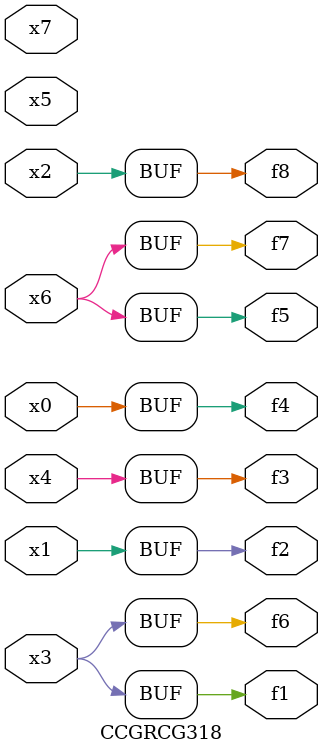
<source format=v>
module CCGRCG318(
	input x0, x1, x2, x3, x4, x5, x6, x7,
	output f1, f2, f3, f4, f5, f6, f7, f8
);
	assign f1 = x3;
	assign f2 = x1;
	assign f3 = x4;
	assign f4 = x0;
	assign f5 = x6;
	assign f6 = x3;
	assign f7 = x6;
	assign f8 = x2;
endmodule

</source>
